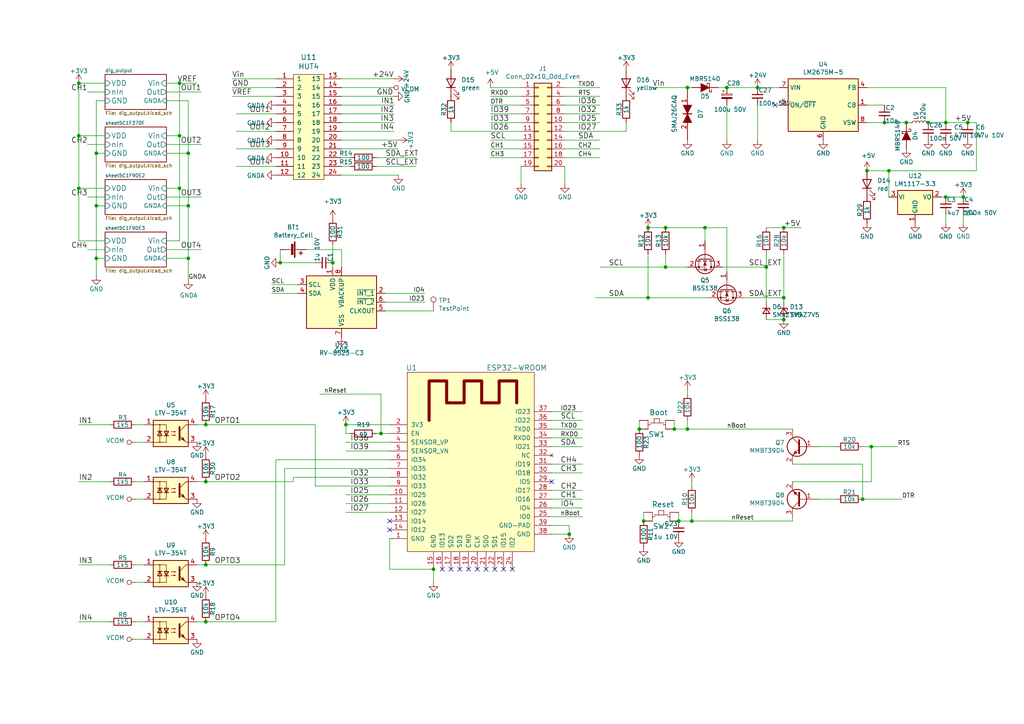
<source format=kicad_sch>
(kicad_sch (version 20211123) (generator eeschema)
  (paper "A4")
  (junction (at 196.85 151.13))
  (junction (at 204.47 66.04))
  (junction (at 54.61 59.69))
  (junction (at 22.86 39.37))
  (junction (at 52.07 24.13))
  (junction (at 22.86 24.13))
  (junction (at 96.52 76.2))
  (junction (at 210.82 25.4))
  (junction (at 193.04 66.04))
  (junction (at 200.66 151.13))
  (junction (at 54.61 74.93))
  (junction (at 257.81 49.53))
  (junction (at 27.94 59.69))
  (junction (at 52.07 54.61))
  (junction (at 199.39 124.46))
  (junction (at 274.32 35.56))
  (junction (at 187.96 66.04))
  (junction (at 59.69 180.34))
  (junction (at 274.32 57.15))
  (junction (at 195.58 124.46))
  (junction (at 256.54 35.56))
  (junction (at 227.33 92.71))
  (junction (at 187.96 86.36))
  (junction (at 250.19 144.78))
  (junction (at 185.42 124.46))
  (junction (at 186.69 151.13))
  (junction (at 279.4 57.15))
  (junction (at 165.1 154.94))
  (junction (at 125.73 165.1))
  (junction (at 81.28 76.2))
  (junction (at 110.49 125.73))
  (junction (at 219.71 25.4))
  (junction (at 27.94 44.45))
  (junction (at 252.73 129.54))
  (junction (at 52.07 39.37))
  (junction (at 54.61 44.45))
  (junction (at 227.33 86.36))
  (junction (at 280.67 35.56))
  (junction (at 100.33 123.19))
  (junction (at 222.25 77.47))
  (junction (at 227.33 66.04))
  (junction (at 27.94 74.93))
  (junction (at 193.04 77.47))
  (junction (at 59.69 123.19))
  (junction (at 251.46 49.53))
  (junction (at 269.24 35.56))
  (junction (at 59.69 163.83))
  (junction (at 199.39 25.4))
  (junction (at 59.69 139.7))
  (junction (at 22.86 54.61))
  (junction (at 262.89 35.56))
  (no_connect (at 160.02 139.7))
  (no_connect (at 113.03 151.13))
  (no_connect (at 113.03 153.67))
  (no_connect (at 138.43 165.1))
  (no_connect (at 133.35 165.1))
  (no_connect (at 135.89 165.1))
  (no_connect (at 146.05 165.1))
  (no_connect (at 224.79 30.48))
  (no_connect (at 148.59 165.1))
  (no_connect (at 143.51 165.1))
  (no_connect (at 128.27 165.1))
  (no_connect (at 130.81 165.1))
  (no_connect (at 140.97 165.1))
  (wire (pts (xy 226.06 25.4) (xy 219.71 25.4)))
  (wire (pts (xy 199.39 124.46) (xy 195.58 124.46)))
  (wire (pts (xy 151.13 45.72) (xy 142.24 45.72)))
  (wire (pts (xy 88.9 72.39) (xy 99.06 72.39)))
  (wire (pts (xy 250.19 134.62) (xy 250.19 144.78)))
  (wire (pts (xy 48.26 24.13) (xy 52.07 24.13)))
  (wire (pts (xy 39.37 185.42) (xy 41.91 185.42)))
  (wire (pts (xy 199.39 124.46) (xy 229.87 124.46)))
  (wire (pts (xy 168.91 124.46) (xy 160.02 124.46)))
  (wire (pts (xy 54.61 74.93) (xy 54.61 81.28)))
  (wire (pts (xy 186.69 151.13) (xy 186.69 148.59)))
  (wire (pts (xy 110.49 125.73) (xy 109.22 125.73)))
  (wire (pts (xy 269.24 35.56) (xy 274.32 35.56)))
  (wire (pts (xy 30.48 54.61) (xy 22.86 54.61)))
  (wire (pts (xy 251.46 35.56) (xy 256.54 35.56)))
  (wire (pts (xy 210.82 78.74) (xy 210.82 66.04)))
  (wire (pts (xy 30.48 74.93) (xy 27.94 74.93)))
  (wire (pts (xy 163.83 33.02) (xy 173.99 33.02)))
  (wire (pts (xy 52.07 54.61) (xy 52.07 39.37)))
  (wire (pts (xy 252.73 139.7) (xy 252.73 129.54)))
  (wire (pts (xy 99.06 40.64) (xy 115.57 40.64)))
  (wire (pts (xy 257.81 49.53) (xy 283.21 49.53)))
  (wire (pts (xy 30.48 41.91) (xy 25.4 41.91)))
  (wire (pts (xy 160.02 127) (xy 168.91 127)))
  (wire (pts (xy 227.33 86.36) (xy 227.33 73.66)))
  (wire (pts (xy 187.96 86.36) (xy 187.96 73.66)))
  (wire (pts (xy 113.03 146.05) (xy 100.33 146.05)))
  (wire (pts (xy 251.46 30.48) (xy 256.54 30.48)))
  (wire (pts (xy 274.32 64.77) (xy 274.32 62.23)))
  (wire (pts (xy 27.94 29.21) (xy 27.94 44.45)))
  (wire (pts (xy 163.83 35.56) (xy 173.99 35.56)))
  (wire (pts (xy 85.09 138.43) (xy 85.09 139.7)))
  (wire (pts (xy 96.52 71.12) (xy 96.52 76.2)))
  (wire (pts (xy 151.13 33.02) (xy 142.24 33.02)))
  (wire (pts (xy 57.15 139.7) (xy 59.69 139.7)))
  (wire (pts (xy 22.86 163.83) (xy 31.75 163.83)))
  (wire (pts (xy 59.69 139.7) (xy 85.09 139.7)))
  (wire (pts (xy 39.37 144.78) (xy 41.91 144.78)))
  (wire (pts (xy 256.54 35.56) (xy 262.89 35.56)))
  (wire (pts (xy 283.21 49.53) (xy 283.21 35.56)))
  (wire (pts (xy 27.94 44.45) (xy 27.94 59.69)))
  (wire (pts (xy 262.89 35.56) (xy 264.16 35.56)))
  (wire (pts (xy 160.02 149.86) (xy 168.91 149.86)))
  (wire (pts (xy 101.6 45.72) (xy 99.06 45.72)))
  (wire (pts (xy 80.01 27.94) (xy 67.31 27.94)))
  (wire (pts (xy 215.9 86.36) (xy 227.33 86.36)))
  (wire (pts (xy 125.73 168.91) (xy 125.73 165.1)))
  (wire (pts (xy 59.69 180.34) (xy 80.01 180.34)))
  (wire (pts (xy 68.58 38.1) (xy 80.01 38.1)))
  (wire (pts (xy 30.48 29.21) (xy 27.94 29.21)))
  (wire (pts (xy 81.28 72.39) (xy 81.28 76.2)))
  (wire (pts (xy 48.26 69.85) (xy 52.07 69.85)))
  (wire (pts (xy 151.13 25.4) (xy 142.24 25.4)))
  (wire (pts (xy 222.25 77.47) (xy 222.25 73.66)))
  (wire (pts (xy 22.86 39.37) (xy 22.86 54.61)))
  (wire (pts (xy 163.83 45.72) (xy 173.99 45.72)))
  (wire (pts (xy 200.66 151.13) (xy 229.87 151.13)))
  (wire (pts (xy 91.44 140.97) (xy 113.03 140.97)))
  (wire (pts (xy 160.02 152.4) (xy 165.1 152.4)))
  (wire (pts (xy 30.48 24.13) (xy 22.86 24.13)))
  (wire (pts (xy 160.02 154.94) (xy 165.1 154.94)))
  (wire (pts (xy 57.15 180.34) (xy 59.69 180.34)))
  (wire (pts (xy 151.13 30.48) (xy 142.24 30.48)))
  (wire (pts (xy 224.79 30.48) (xy 226.06 30.48)))
  (wire (pts (xy 68.58 33.02) (xy 80.01 33.02)))
  (wire (pts (xy 54.61 59.69) (xy 54.61 74.93)))
  (wire (pts (xy 59.69 123.19) (xy 91.44 123.19)))
  (wire (pts (xy 48.26 26.67) (xy 58.42 26.67)))
  (wire (pts (xy 193.04 77.47) (xy 173.99 77.47)))
  (wire (pts (xy 48.26 54.61) (xy 52.07 54.61)))
  (wire (pts (xy 27.94 74.93) (xy 27.94 80.01)))
  (wire (pts (xy 30.48 57.15) (xy 25.4 57.15)))
  (wire (pts (xy 274.32 35.56) (xy 280.67 35.56)))
  (wire (pts (xy 257.81 57.15) (xy 257.81 49.53)))
  (wire (pts (xy 209.55 77.47) (xy 222.25 77.47)))
  (wire (pts (xy 151.13 48.26) (xy 151.13 53.34)))
  (wire (pts (xy 113.03 148.59) (xy 100.33 148.59)))
  (wire (pts (xy 199.39 25.4) (xy 200.66 25.4)))
  (wire (pts (xy 279.4 64.77) (xy 279.4 62.23)))
  (wire (pts (xy 54.61 44.45) (xy 54.61 59.69)))
  (wire (pts (xy 30.48 72.39) (xy 25.4 72.39)))
  (wire (pts (xy 52.07 39.37) (xy 52.07 24.13)))
  (wire (pts (xy 163.83 48.26) (xy 163.83 53.34)))
  (wire (pts (xy 251.46 25.4) (xy 274.32 25.4)))
  (wire (pts (xy 193.04 66.04) (xy 204.47 66.04)))
  (wire (pts (xy 163.83 38.1) (xy 181.61 38.1)))
  (wire (pts (xy 57.15 123.19) (xy 59.69 123.19)))
  (wire (pts (xy 222.25 66.04) (xy 227.33 66.04)))
  (wire (pts (xy 185.42 124.46) (xy 185.42 121.92)))
  (wire (pts (xy 52.07 69.85) (xy 52.07 54.61)))
  (wire (pts (xy 30.48 59.69) (xy 27.94 59.69)))
  (wire (pts (xy 27.94 59.69) (xy 27.94 74.93)))
  (wire (pts (xy 68.58 43.18) (xy 80.01 43.18)))
  (wire (pts (xy 109.22 45.72) (xy 120.65 45.72)))
  (wire (pts (xy 151.13 40.64) (xy 142.24 40.64)))
  (wire (pts (xy 280.67 35.56) (xy 283.21 35.56)))
  (wire (pts (xy 30.48 69.85) (xy 22.86 69.85)))
  (wire (pts (xy 48.26 29.21) (xy 54.61 29.21)))
  (wire (pts (xy 113.03 143.51) (xy 100.33 143.51)))
  (wire (pts (xy 113.03 125.73) (xy 110.49 125.73)))
  (wire (pts (xy 205.74 86.36) (xy 187.96 86.36)))
  (wire (pts (xy 115.57 50.8) (xy 99.06 50.8)))
  (wire (pts (xy 200.66 148.59) (xy 200.66 151.13)))
  (wire (pts (xy 204.47 66.04) (xy 210.82 66.04)))
  (wire (pts (xy 86.36 85.09) (xy 78.74 85.09)))
  (wire (pts (xy 251.46 49.53) (xy 257.81 49.53)))
  (wire (pts (xy 113.03 128.27) (xy 100.33 128.27)))
  (wire (pts (xy 101.6 125.73) (xy 100.33 125.73)))
  (wire (pts (xy 163.83 25.4) (xy 173.99 25.4)))
  (wire (pts (xy 82.55 135.89) (xy 113.03 135.89)))
  (wire (pts (xy 99.06 72.39) (xy 99.06 77.47)))
  (wire (pts (xy 22.86 123.19) (xy 31.75 123.19)))
  (wire (pts (xy 208.28 25.4) (xy 210.82 25.4)))
  (wire (pts (xy 99.06 43.18) (xy 115.57 43.18)))
  (wire (pts (xy 187.96 86.36) (xy 172.72 86.36)))
  (wire (pts (xy 39.37 163.83) (xy 41.91 163.83)))
  (wire (pts (xy 111.76 87.63) (xy 123.19 87.63)))
  (wire (pts (xy 68.58 48.26) (xy 80.01 48.26)))
  (wire (pts (xy 250.19 144.78) (xy 261.62 144.78)))
  (wire (pts (xy 99.06 30.48) (xy 114.3 30.48)))
  (wire (pts (xy 189.23 25.4) (xy 199.39 25.4)))
  (wire (pts (xy 80.01 25.4) (xy 67.31 25.4)))
  (wire (pts (xy 160.02 121.92) (xy 168.91 121.92)))
  (wire (pts (xy 39.37 168.91) (xy 41.91 168.91)))
  (wire (pts (xy 195.58 124.46) (xy 195.58 121.92)))
  (wire (pts (xy 227.33 87.63) (xy 227.33 86.36)))
  (wire (pts (xy 59.69 163.83) (xy 82.55 163.83)))
  (wire (pts (xy 48.26 74.93) (xy 54.61 74.93)))
  (wire (pts (xy 273.05 57.15) (xy 274.32 57.15)))
  (wire (pts (xy 227.33 92.71) (xy 222.25 92.71)))
  (wire (pts (xy 48.26 44.45) (xy 54.61 44.45)))
  (wire (pts (xy 22.86 180.34) (xy 31.75 180.34)))
  (wire (pts (xy 200.66 151.13) (xy 196.85 151.13)))
  (wire (pts (xy 91.44 76.2) (xy 81.28 76.2)))
  (wire (pts (xy 113.03 130.81) (xy 100.33 130.81)))
  (wire (pts (xy 113.03 156.21) (xy 113.03 165.1)))
  (wire (pts (xy 54.61 29.21) (xy 54.61 44.45)))
  (wire (pts (xy 48.26 41.91) (xy 58.42 41.91)))
  (wire (pts (xy 130.81 38.1) (xy 130.81 35.56)))
  (wire (pts (xy 210.82 25.4) (xy 219.71 25.4)))
  (wire (pts (xy 229.87 139.7) (xy 252.73 139.7)))
  (wire (pts (xy 196.85 151.13) (xy 196.85 148.59)))
  (wire (pts (xy 99.06 25.4) (xy 113.03 25.4)))
  (wire (pts (xy 80.01 133.35) (xy 80.01 180.34)))
  (wire (pts (xy 48.26 72.39) (xy 58.42 72.39)))
  (wire (pts (xy 101.6 48.26) (xy 99.06 48.26)))
  (wire (pts (xy 22.86 139.7) (xy 31.75 139.7)))
  (wire (pts (xy 113.03 165.1) (xy 125.73 165.1)))
  (wire (pts (xy 165.1 152.4) (xy 165.1 154.94)))
  (wire (pts (xy 210.82 30.48) (xy 210.82 40.64)))
  (wire (pts (xy 110.49 125.73) (xy 110.49 114.3)))
  (wire (pts (xy 48.26 39.37) (xy 52.07 39.37)))
  (wire (pts (xy 160.02 134.62) (xy 168.91 134.62)))
  (wire (pts (xy 109.22 48.26) (xy 120.65 48.26)))
  (wire (pts (xy 160.02 144.78) (xy 168.91 144.78)))
  (wire (pts (xy 160.02 147.32) (xy 168.91 147.32)))
  (wire (pts (xy 160.02 119.38) (xy 168.91 119.38)))
  (wire (pts (xy 163.83 40.64) (xy 173.99 40.64)))
  (wire (pts (xy 252.73 129.54) (xy 250.19 129.54)))
  (wire (pts (xy 199.39 77.47) (xy 193.04 77.47)))
  (wire (pts (xy 274.32 57.15) (xy 279.4 57.15)))
  (wire (pts (xy 99.06 33.02) (xy 114.3 33.02)))
  (wire (pts (xy 125.73 90.17) (xy 111.76 90.17)))
  (wire (pts (xy 99.06 38.1) (xy 114.3 38.1)))
  (wire (pts (xy 99.06 22.86) (xy 114.3 22.86)))
  (wire (pts (xy 187.96 66.04) (xy 193.04 66.04)))
  (wire (pts (xy 39.37 139.7) (xy 41.91 139.7)))
  (wire (pts (xy 227.33 66.04) (xy 232.41 66.04)))
  (wire (pts (xy 80.01 22.86) (xy 67.31 22.86)))
  (wire (pts (xy 100.33 125.73) (xy 100.33 123.19)))
  (wire (pts (xy 252.73 129.54) (xy 260.35 129.54)))
  (wire (pts (xy 160.02 142.24) (xy 168.91 142.24)))
  (wire (pts (xy 142.24 35.56) (xy 151.13 35.56)))
  (wire (pts (xy 111.76 85.09) (xy 123.19 85.09)))
  (wire (pts (xy 85.09 138.43) (xy 113.03 138.43)))
  (wire (pts (xy 96.52 77.47) (xy 96.52 76.2)))
  (wire (pts (xy 219.71 30.48) (xy 219.71 40.64)))
  (wire (pts (xy 30.48 39.37) (xy 22.86 39.37)))
  (wire (pts (xy 110.49 114.3) (xy 92.71 114.3)))
  (wire (pts (xy 160.02 129.54) (xy 168.91 129.54)))
  (wire (pts (xy 22.86 24.13) (xy 22.86 39.37)))
  (wire (pts (xy 237.49 144.78) (xy 242.57 144.78)))
  (wire (pts (xy 99.06 35.56) (xy 114.3 35.56)))
  (wire (pts (xy 22.86 54.61) (xy 22.86 69.85)))
  (wire (pts (xy 151.13 43.18) (xy 142.24 43.18)))
  (wire (pts (xy 193.04 77.47) (xy 193.04 73.66)))
  (wire (pts (xy 181.61 38.1) (xy 181.61 35.56)))
  (wire (pts (xy 199.39 121.92) (xy 199.39 124.46)))
  (wire (pts (xy 163.83 27.94) (xy 173.99 27.94)))
  (wire (pts (xy 100.33 123.19) (xy 113.03 123.19)))
  (wire (pts (xy 57.15 163.83) (xy 59.69 163.83)))
  (wire (pts (xy 91.44 123.19) (xy 91.44 140.97)))
  (wire (pts (xy 200.66 139.7) (xy 200.66 140.97)))
  (wire (pts (xy 130.81 38.1) (xy 151.13 38.1)))
  (wire (pts (xy 237.49 129.54) (xy 242.57 129.54)))
  (wire (pts (xy 48.26 57.15) (xy 58.42 57.15)))
  (wire (pts (xy 39.37 128.27) (xy 41.91 128.27)))
  (wire (pts (xy 52.07 24.13) (xy 57.15 24.13)))
  (wire (pts (xy 86.36 82.55) (xy 78.74 82.55)))
  (wire (pts (xy 274.32 25.4) (xy 274.32 35.56)))
  (wire (pts (xy 151.13 27.94) (xy 142.24 27.94)))
  (wire (pts (xy 30.48 44.45) (xy 27.94 44.45)))
  (wire (pts (xy 39.37 180.34) (xy 41.91 180.34)))
  (wire (pts (xy 163.83 43.18) (xy 173.99 43.18)))
  (wire (pts (xy 160.02 137.16) (xy 168.91 137.16)))
  (wire (pts (xy 39.37 123.19) (xy 41.91 123.19)))
  (wire (pts (xy 30.48 26.67) (xy 25.4 26.67)))
  (wire (pts (xy 199.39 113.03) (xy 199.39 114.3)))
  (wire (pts (xy 229.87 149.86) (xy 229.87 151.13)))
  (wire (pts (xy 229.87 134.62) (xy 250.19 134.62)))
  (wire (pts (xy 113.03 133.35) (xy 80.01 133.35)))
  (wire (pts (xy 48.26 59.69) (xy 54.61 59.69)))
  (wire (pts (xy 82.55 163.83) (xy 82.55 135.89)))
  (wire (pts (xy 99.06 27.94) (xy 114.3 27.94)))
  (wire (pts (xy 204.47 69.85) (xy 204.47 66.04)))
  (wire (pts (xy 163.83 30.48) (xy 173.99 30.48)))
  (wire (pts (xy 222.25 87.63) (xy 222.25 77.47)))
  (label "IO27" (at 167.64 38.1 0) (effects (font (size 1.524 1.524))))
  (label "SCL" (at 162.56 121.92 0) (effects (font (size 1.524 1.524))))
  (label "IO39" (at 142.24 33.02 0) (effects (font (size 1.524 1.524))))
  (label "CH4" (at 167.64 45.72 0))
  (label "IO33" (at 142.24 35.56 0) (effects (font (size 1.524 1.524))))
  (label "DTR" (at 261.62 144.78 0))
  (label "CH1" (at 142.24 43.18 0))
  (label "IO23" (at 123.19 87.63 180))
  (label "IN2" (at 22.86 139.7 0) (effects (font (size 1.524 1.524))))
  (label "GND" (at 109.22 27.94 0) (effects (font (size 1.524 1.524))))
  (label "SCL" (at 142.24 40.64 0) (effects (font (size 1.524 1.524))))
  (label "IO25" (at 167.64 35.56 0) (effects (font (size 1.524 1.524))))
  (label "SDA_EXT" (at 217.17 86.36 0) (effects (font (size 1.524 1.524))))
  (label "IN4" (at 22.86 180.34 0) (effects (font (size 1.524 1.524))))
  (label "OPTO3" (at 62.23 163.83 0) (effects (font (size 1.524 1.524))))
  (label "Vin" (at 189.23 25.4 0) (effects (font (size 1.524 1.524))))
  (label "SCL" (at 176.53 77.47 0) (effects (font (size 1.524 1.524))))
  (label "IN3" (at 114.3 35.56 180) (effects (font (size 1.524 1.524))))
  (label "SDA" (at 78.74 85.09 0))
  (label "OUT3" (at 58.42 57.15 180) (effects (font (size 1.524 1.524))))
  (label "CH4" (at 162.56 134.62 0) (effects (font (size 1.524 1.524))))
  (label "IO26" (at 142.24 38.1 0) (effects (font (size 1.524 1.524))))
  (label "OUT2" (at 72.39 38.1 0) (effects (font (size 1.524 1.524))))
  (label "IO32" (at 167.64 33.02 0) (effects (font (size 1.524 1.524))))
  (label "OPTO4" (at 62.23 180.34 0) (effects (font (size 1.524 1.524))))
  (label "DTR" (at 142.24 30.48 0))
  (label "IN3" (at 22.86 163.83 0) (effects (font (size 1.524 1.524))))
  (label "IN1" (at 22.86 123.19 0) (effects (font (size 1.524 1.524))))
  (label "CH1" (at 162.56 144.78 0) (effects (font (size 1.524 1.524))))
  (label "IO27" (at 101.6 148.59 0) (effects (font (size 1.524 1.524))))
  (label "RTS" (at 260.35 129.54 0))
  (label "SCL_EXT" (at 217.17 77.47 0) (effects (font (size 1.524 1.524))))
  (label "Vin" (at 67.31 22.86 0) (effects (font (size 1.524 1.524))))
  (label "OPTO2" (at 62.23 139.7 0) (effects (font (size 1.524 1.524))))
  (label "IO23" (at 162.56 119.38 0))
  (label "OUT4" (at 72.39 48.26 0) (effects (font (size 1.524 1.524))))
  (label "IO4" (at 123.19 85.09 180))
  (label "CH4" (at 25.4 72.39 180) (effects (font (size 1.524 1.524))))
  (label "nBoot" (at 162.56 149.86 0))
  (label "IO26" (at 101.6 146.05 0) (effects (font (size 1.524 1.524))))
  (label "IO36" (at 167.64 30.48 0) (effects (font (size 1.524 1.524))))
  (label "CH1" (at 25.4 26.67 180) (effects (font (size 1.524 1.524))))
  (label "OUT1" (at 58.42 26.67 180) (effects (font (size 1.524 1.524))))
  (label "CH2" (at 167.64 43.18 0))
  (label "IO36" (at 101.6 128.27 0) (effects (font (size 1.524 1.524))))
  (label "RXD0" (at 162.56 127 0))
  (label "CH3" (at 162.56 137.16 0) (effects (font (size 1.524 1.524))))
  (label "IO25" (at 101.6 143.51 0) (effects (font (size 1.524 1.524))))
  (label "SCL_EXT" (at 111.76 48.26 0) (effects (font (size 1.524 1.524))))
  (label "IN2" (at 114.3 33.02 180) (effects (font (size 1.524 1.524))))
  (label "OUT3" (at 72.39 43.18 0) (effects (font (size 1.524 1.524))))
  (label "VREF" (at 67.31 27.94 0) (effects (font (size 1.524 1.524))))
  (label "GNDA" (at 54.61 81.28 0))
  (label "VREF" (at 57.15 24.13 180) (effects (font (size 1.524 1.524))))
  (label "TXD0" (at 167.64 25.4 0))
  (label "OPTO1" (at 62.23 123.19 0) (effects (font (size 1.524 1.524))))
  (label "+5V" (at 227.33 66.04 0) (effects (font (size 1.524 1.524))))
  (label "+5V" (at 110.49 43.18 0) (effects (font (size 1.524 1.524))))
  (label "nBoot" (at 210.82 124.46 0))
  (label "OUT1" (at 72.39 33.02 0) (effects (font (size 1.524 1.524))))
  (label "IO32" (at 101.6 138.43 0) (effects (font (size 1.524 1.524))))
  (label "CH2" (at 25.4 41.91 180) (effects (font (size 1.524 1.524))))
  (label "SDA_EXT" (at 111.76 45.72 0) (effects (font (size 1.524 1.524))))
  (label "OUT2" (at 58.42 41.91 180) (effects (font (size 1.524 1.524))))
  (label "IN1" (at 110.49 30.48 0) (effects (font (size 1.524 1.524))))
  (label "nReset" (at 212.09 151.13 0))
  (label "GND" (at 67.31 25.4 0) (effects (font (size 1.524 1.524))))
  (label "IN4" (at 114.3 38.1 180) (effects (font (size 1.524 1.524))))
  (label "IO33" (at 101.6 140.97 0) (effects (font (size 1.524 1.524))))
  (label "SCL" (at 78.74 82.55 0))
  (label "+5V" (at 276.86 35.56 0) (effects (font (size 1.524 1.524))))
  (label "IO39" (at 101.6 130.81 0) (effects (font (size 1.524 1.524))))
  (label "CH2" (at 162.56 142.24 0) (effects (font (size 1.524 1.524))))
  (label "SDA" (at 167.64 40.64 0) (effects (font (size 1.524 1.524))))
  (label "RXD0" (at 142.24 27.94 0))
  (label "nReset" (at 93.98 114.3 0))
  (label "IO4" (at 162.56 147.32 0) (effects (font (size 1.524 1.524))))
  (label "RTS" (at 167.64 27.94 0))
  (label "CH3" (at 142.24 45.72 0))
  (label "OUT4" (at 58.42 72.39 180) (effects (font (size 1.524 1.524))))
  (label "TXD0" (at 162.56 124.46 0))
  (label "+24V" (at 107.95 22.86 0) (effects (font (size 1.524 1.524))))
  (label "SDA" (at 176.53 86.36 0) (effects (font (size 1.524 1.524))))
  (label "CH3" (at 25.4 57.15 180) (effects (font (size 1.524 1.524))))
  (label "SDA" (at 162.56 129.54 0) (effects (font (size 1.524 1.524))))
  (symbol (lib_id "standard:Switch_4P") (at 191.77 149.86 0) (unit 1)
    (property "Reference" "SW2" (at 191.77 152.654 0) (effects (font (size 1.524 1.524))))
    (property "Value" "Reset" (at 192.278 146.304 0) (effects (font (size 1.524 1.524))))
    (property "Footprint" "switches:SMD_Switch_6.5x6" (effects hide))
    (property "Mouser" " 667-EVQ-Q2B03W " (effects hide))
  )
  (symbol (lib_id "Device:R") (at 186.69 154.94 0) (unit 1)
    (property "Reference" "R11" (at 188.722 154.94 90))
    (property "Value" "100" (at 186.69 154.94 90))
    (property "Footprint" "Resistor_SMD:R_0603_1608Metric" (effects hide))
  )
  (symbol (lib_id "esp32control-rescue:C_Small-device-esp32ValveControl-rescue") (at 196.85 153.67 0) (mirror y) (unit 1)
    (property "Reference" "C23" (at 196.596 151.892 0) (effects (justify left)))
    (property "Value" "1u 10V" (at 196.596 155.702 0) (effects (justify left)))
    (property "Footprint" "Capacitor_SMD:C_0603_1608Metric" (effects hide))
    (property "Mouser" " 963-LMK107B7105KA-T " (effects hide))
  )
  (symbol (lib_id "esp32control-rescue:GND-power-esp32ValveControl-rescue") (at 196.85 156.21 0) (mirror y) (unit 1)
    (property "Reference" "#PWR022" (effects hide))
    (property "Value" "GND" (at 196.85 160.02 0))
  )
  (symbol (lib_id "esp32control-rescue:GND-power-esp32ValveControl-rescue") (at 186.69 158.75 0) (mirror y) (unit 1)
    (property "Reference" "#PWR023" (effects hide))
    (property "Value" "GND" (at 186.69 162.56 0))
  )
  (symbol (lib_id "Device:R") (at 200.66 144.78 180) (unit 1)
    (property "Reference" "R10" (at 198.628 144.78 90))
    (property "Value" "10k" (at 200.66 144.78 90))
    (property "Footprint" "Resistor_SMD:R_0603_1608Metric" (effects hide))
  )
  (symbol (lib_id "esp32control-rescue:+3.3V-power-esp32ValveControl-rescue") (at 200.66 139.7 0) (unit 1)
    (property "Reference" "#PWR030" (effects hide))
    (property "Value" "+3.3V" (at 200.66 136.144 0))
  )
  (symbol (lib_id "esp32control-rescue:D_Schottky-device-esp32ValveControl-rescue") (at 204.47 25.4 180) (unit 1)
    (property "Reference" "D5" (at 204.47 27.94 0))
    (property "Value" "MBRS140" (at 204.47 22.86 0))
    (property "Footprint" "Diode_SMD:D_SMA" (effects hide))
    (property "Mouser" " 863-MBRS140T3G " (effects hide))
  )
  (symbol (lib_id "esp32control-rescue:+24V-power-esp32ValveControl-rescue") (at 219.71 25.4 0) (unit 1)
    (property "Reference" "#PWR038" (effects hide))
    (property "Value" "+24V" (at 219.71 21.844 0))
  )
  (symbol (lib_id "esp32control-rescue:C_Small-device-esp32ValveControl-rescue") (at 219.71 27.94 0) (unit 1)
    (property "Reference" "C27" (at 219.964 26.162 0) (effects (justify left)))
    (property "Value" "100n 50V" (at 219.964 29.972 0) (effects (justify left)))
    (property "Footprint" "Capacitor_SMD:C_0603_1608Metric" (effects hide))
    (property "Mouser" " 80-C0603C104M5R " (effects hide))
  )
  (symbol (lib_id "esp32control-rescue:CP_Small-device-esp32ValveControl-rescue") (at 210.82 27.94 0) (unit 1)
    (property "Reference" "C28" (at 210.82 24.13 0) (effects (justify left)))
    (property "Value" "100u 50V" (at 207.01 31.75 0) (effects (justify left)))
    (property "Footprint" "Capacitor_THT:CP_Radial_D8.0mm_P3.50mm" (effects hide))
    (property "Mouser" " 140-RGA101M1HBK0811G " (effects hide))
  )
  (symbol (lib_id "esp32control-rescue:GND-power-esp32ValveControl-rescue") (at 219.71 40.64 0) (unit 1)
    (property "Reference" "#PWR043" (effects hide))
    (property "Value" "GND" (at 219.71 44.45 0))
  )
  (symbol (lib_id "esp32control-rescue:C_Small-device-esp32ValveControl-rescue") (at 269.24 38.1 0) (unit 1)
    (property "Reference" "C26" (at 269.494 36.322 0) (effects (justify left)))
    (property "Value" "100n 50V" (at 269.494 40.132 0) (effects (justify left)))
    (property "Footprint" "Capacitor_SMD:C_0603_1608Metric" (effects hide))
    (property "Mouser" " 80-C0603C104M5R " (effects hide))
  )
  (symbol (lib_id "esp32control-rescue:GND-power-esp32ValveControl-rescue") (at 269.24 40.64 0) (unit 1)
    (property "Reference" "#PWR044" (effects hide))
    (property "Value" "GND" (at 269.24 44.45 0))
  )
  (symbol (lib_id "esp32control-rescue:TVS-device-esp32ValveControl-rescue") (at 199.39 33.02 270) (unit 1)
    (property "Reference" "D7" (at 203.2 33.02 0))
    (property "Value" "SMAJ26CAQ" (at 195.58 33.02 0))
    (property "Footprint" "Diode_SMD:D_SMA" (effects hide))
    (property "Mouser" " 621-SMAJ26CAQ-13-F " (effects hide))
  )
  (symbol (lib_id "esp32control-rescue:GND-power-esp32ValveControl-rescue") (at 199.39 40.64 0) (unit 1)
    (property "Reference" "#PWR046" (effects hide))
    (property "Value" "GND" (at 199.39 44.45 0))
  )
  (symbol (lib_id "esp32control-rescue:D_Schottky-device-esp32ValveControl-rescue") (at 262.89 39.37 270) (unit 1)
    (property "Reference" "D4" (at 265.43 39.37 0))
    (property "Value" "MBRS140" (at 260.35 39.37 0))
    (property "Footprint" "Diode_SMD:D_SMA" (effects hide))
    (property "Mouser" " 863-MBRS140T3G " (effects hide))
  )
  (symbol (lib_id "esp32control-rescue:L_Small-device-esp32ValveControl-rescue") (at 266.7 35.56 90) (unit 1)
    (property "Reference" "L9" (at 265.684 34.798 0) (effects (justify left)))
    (property "Value" "220u" (at 267.716 34.798 0) (effects (justify left)))
    (property "Footprint" "Inductor_SMD:L_7.3x7.3_H4.5" (effects hide))
    (property "Mouser" " 710-74477728 " (effects hide))
  )
  (symbol (lib_id "esp32control-rescue:GND-power-esp32ValveControl-rescue") (at 238.76 40.64 0) (unit 1)
    (property "Reference" "#PWR033" (effects hide))
    (property "Value" "GND" (at 238.76 44.45 0))
  )
  (symbol (lib_id "esp32control-rescue:GND-power-esp32ValveControl-rescue") (at 262.89 43.18 0) (unit 1)
    (property "Reference" "#PWR034" (effects hide))
    (property "Value" "GND" (at 262.89 46.99 0))
  )
  (symbol (lib_id "esp32control-rescue:GND-power-esp32ValveControl-rescue") (at 274.32 40.64 0) (unit 1)
    (property "Reference" "#PWR035" (effects hide))
    (property "Value" "GND" (at 274.32 44.45 0))
  )
  (symbol (lib_id "esp32control-rescue:+3.3V-power-esp32ValveControl-rescue") (at 279.4 57.15 0) (unit 1)
    (property "Reference" "#PWR037" (effects hide))
    (property "Value" "+3.3V" (at 279.4 53.594 0))
  )
  (symbol (lib_id "esp32control-rescue:GND-power-esp32ValveControl-rescue") (at 57.15 144.78 0) (unit 1)
    (property "Reference" "#PWR054" (effects hide))
    (property "Value" "GND" (at 57.15 148.59 0))
  )
  (symbol (lib_id "esp32control-rescue:GND-power-esp32ValveControl-rescue") (at 57.15 128.27 0) (unit 1)
    (property "Reference" "#PWR055" (effects hide))
    (property "Value" "GND" (at 57.15 132.08 0))
  )
  (symbol (lib_id "Device:R") (at 59.69 119.38 0) (mirror x) (unit 1)
    (property "Reference" "R17" (at 61.722 119.38 90))
    (property "Value" "10k" (at 59.69 119.38 90))
    (property "Footprint" "Resistor_SMD:R_0603_1608Metric" (effects hide))
  )
  (symbol (lib_id "Device:R") (at 59.69 135.89 0) (mirror x) (unit 1)
    (property "Reference" "R30" (at 61.722 135.89 90))
    (property "Value" "10k" (at 59.69 135.89 90))
    (property "Footprint" "Resistor_SMD:R_0603_1608Metric" (effects hide))
  )
  (symbol (lib_id "esp32control-rescue:+3.3V-power-esp32ValveControl-rescue") (at 59.69 132.08 0) (unit 1)
    (property "Reference" "#PWR056" (effects hide))
    (property "Value" "+3.3V" (at 59.69 128.524 0))
  )
  (symbol (lib_id "esp32control-rescue:+3.3V-power-esp32ValveControl-rescue") (at 59.69 115.57 0) (unit 1)
    (property "Reference" "#PWR057" (effects hide))
    (property "Value" "+3.3V" (at 59.69 112.014 0))
  )
  (symbol (lib_id "ESP32-footprints-Shem-Lib:ESP32-WROOM") (at 137.16 138.43 0) (unit 1)
    (property "Reference" "U1" (at 119.38 106.68 0) (effects (font (size 1.524 1.524))))
    (property "Value" "ESP32-WROOM" (at 149.86 106.68 0) (effects (font (size 1.524 1.524))))
    (property "Footprint" "ESP32-footprints-Lib:ESP32-WROOM" (effects hide))
    (property "Mouser" " 356-ESP32WRM32UE28UH " (effects hide))
  )
  (symbol (lib_id "standard:Switch_4P") (at 190.5 123.19 0) (unit 1)
    (property "Reference" "SW1" (at 190.5 125.984 0) (effects (font (size 1.524 1.524))))
    (property "Value" "Boot" (at 191.008 119.634 0) (effects (font (size 1.524 1.524))))
    (property "Footprint" "switches:SMD_Switch_6.5x6" (effects hide))
    (property "Mouser" " 667-EVQ-Q2B03W " (effects hide))
  )
  (symbol (lib_id "Device:R") (at 185.42 128.27 0) (unit 1)
    (property "Reference" "R23" (at 187.452 128.27 90))
    (property "Value" "100" (at 185.42 128.27 90))
    (property "Footprint" "Resistor_SMD:R_0603_1608Metric" (effects hide))
  )
  (symbol (lib_id "esp32control-rescue:GND-power-esp32ValveControl-rescue") (at 185.42 132.08 0) (mirror y) (unit 1)
    (property "Reference" "#PWR06" (effects hide))
    (property "Value" "GND" (at 185.42 135.89 0))
  )
  (symbol (lib_id "Device:R") (at 199.39 118.11 180) (unit 1)
    (property "Reference" "R22" (at 197.358 118.11 90))
    (property "Value" "10k" (at 199.39 118.11 90))
    (property "Footprint" "Resistor_SMD:R_0603_1608Metric" (effects hide))
  )
  (symbol (lib_id "esp32control-rescue:+3.3V-power-esp32ValveControl-rescue") (at 199.39 113.03 0) (unit 1)
    (property "Reference" "#PWR07" (effects hide))
    (property "Value" "+3.3V" (at 199.39 109.474 0))
  )
  (symbol (lib_id "esp32control-rescue:GND-power-esp32ValveControl-rescue") (at 165.1 154.94 0) (unit 1)
    (property "Reference" "#PWR09" (effects hide))
    (property "Value" "GND" (at 165.1 158.75 0))
  )
  (symbol (lib_id "esp32control-rescue:GND-power-esp32ValveControl-rescue") (at 125.73 168.91 0) (unit 1)
    (property "Reference" "#PWR010" (effects hide))
    (property "Value" "GND" (at 125.73 172.72 0))
  )
  (symbol (lib_id "esp32control-rescue:+3.3V-power-esp32ValveControl-rescue") (at 100.33 123.19 0) (unit 1)
    (property "Reference" "#PWR011" (effects hide))
    (property "Value" "+3.3V" (at 100.33 119.634 0))
  )
  (symbol (lib_id "Device:R") (at 105.41 125.73 90) (mirror x) (unit 1)
    (property "Reference" "R19" (at 105.41 123.19 90))
    (property "Value" "nb" (at 105.41 125.73 90))
    (property "Footprint" "Resistor_SMD:R_0603_1608Metric" (effects hide))
  )
  (symbol (lib_id "esp32control-rescue:GND-power-esp32ValveControl-rescue") (at 57.15 185.42 0) (unit 1)
    (property "Reference" "#PWR014" (effects hide))
    (property "Value" "GND" (at 57.15 189.23 0))
  )
  (symbol (lib_id "esp32control-rescue:GND-power-esp32ValveControl-rescue") (at 57.15 168.91 0) (unit 1)
    (property "Reference" "#PWR015" (effects hide))
    (property "Value" "GND" (at 57.15 172.72 0))
  )
  (symbol (lib_id "Device:R") (at 59.69 160.02 0) (mirror x) (unit 1)
    (property "Reference" "R9" (at 61.722 160.02 90))
    (property "Value" "10k" (at 59.69 160.02 90))
    (property "Footprint" "Resistor_SMD:R_0603_1608Metric" (effects hide))
  )
  (symbol (lib_id "Device:R") (at 59.69 176.53 0) (mirror x) (unit 1)
    (property "Reference" "R18" (at 61.722 176.53 90))
    (property "Value" "10k" (at 59.69 176.53 90))
    (property "Footprint" "Resistor_SMD:R_0603_1608Metric" (effects hide))
  )
  (symbol (lib_id "esp32control-rescue:+3.3V-power-esp32ValveControl-rescue") (at 59.69 172.72 0) (unit 1)
    (property "Reference" "#PWR016" (effects hide))
    (property "Value" "+3.3V" (at 59.69 169.164 0))
  )
  (symbol (lib_id "esp32control-rescue:+3.3V-power-esp32ValveControl-rescue") (at 59.69 156.21 0) (unit 1)
    (property "Reference" "#PWR017" (effects hide))
    (property "Value" "+3.3V" (at 59.69 152.654 0))
  )
  (symbol (lib_id "Device:R") (at 35.56 123.19 270) (mirror x) (unit 1)
    (property "Reference" "R3" (at 35.56 121.158 90))
    (property "Value" "1k5" (at 35.56 123.19 90))
    (property "Footprint" "Resistor_SMD:R_0603_1608Metric" (effects hide))
  )
  (symbol (lib_id "Device:R") (at 35.56 139.7 270) (mirror x) (unit 1)
    (property "Reference" "R4" (at 35.56 137.668 90))
    (property "Value" "1k5" (at 35.56 139.7 90))
    (property "Footprint" "Resistor_SMD:R_0603_1608Metric" (effects hide))
  )
  (symbol (lib_id "Device:R") (at 35.56 163.83 270) (mirror x) (unit 1)
    (property "Reference" "R5" (at 35.56 161.798 90))
    (property "Value" "1k5" (at 35.56 163.83 90))
    (property "Footprint" "Resistor_SMD:R_0603_1608Metric" (effects hide))
  )
  (symbol (lib_id "Device:R") (at 35.56 180.34 270) (mirror x) (unit 1)
    (property "Reference" "R8" (at 35.56 178.308 90))
    (property "Value" "1k5" (at 35.56 180.34 90))
    (property "Footprint" "Resistor_SMD:R_0603_1608Metric" (effects hide))
  )
  (symbol (lib_id "Isolator:LTV-354T") (at 49.53 125.73 0) (unit 1)
    (property "Reference" "U5" (at 49.53 117.475 0))
    (property "Value" "LTV-354T" (at 49.53 119.7864 0))
    (property "Footprint" "SOIC_Packages:SO-4_4.4x3.6mm_Pitch2.54mm" (effects hide))
    (property "Datasheet" "http://optoelectronics.liteon.com/upload/download/DS70-2001-004/S_110_LTV-354T%2020140520.pdf" (effects hide))
    (property "Mouser" " 859-LTV-354T " (effects hide))
  )
  (symbol (lib_id "Isolator:LTV-354T") (at 49.53 142.24 0) (unit 1)
    (property "Reference" "U8" (at 49.53 133.985 0))
    (property "Value" "LTV-354T" (at 49.53 136.2964 0))
    (property "Footprint" "SOIC_Packages:SO-4_4.4x3.6mm_Pitch2.54mm" (effects hide))
    (property "Datasheet" "http://optoelectronics.liteon.com/upload/download/DS70-2001-004/S_110_LTV-354T%2020140520.pdf" (effects hide))
    (property "Mouser" " 859-LTV-354T " (effects hide))
  )
  (symbol (lib_id "Isolator:LTV-354T") (at 49.53 166.37 0) (unit 1)
    (property "Reference" "U9" (at 49.53 158.115 0))
    (property "Value" "LTV-354T" (at 49.53 160.4264 0))
    (property "Footprint" "SOIC_Packages:SO-4_4.4x3.6mm_Pitch2.54mm" (effects hide))
    (property "Datasheet" "http://optoelectronics.liteon.com/upload/download/DS70-2001-004/S_110_LTV-354T%2020140520.pdf" (effects hide))
    (property "Mouser" " 859-LTV-354T " (effects hide))
  )
  (symbol (lib_id "Isolator:LTV-354T") (at 49.53 182.88 0) (unit 1)
    (property "Reference" "U10" (at 49.53 174.625 0))
    (property "Value" "LTV-354T" (at 49.53 176.9364 0))
    (property "Footprint" "SOIC_Packages:SO-4_4.4x3.6mm_Pitch2.54mm" (effects hide))
    (property "Datasheet" "http://optoelectronics.liteon.com/upload/download/DS70-2001-004/S_110_LTV-354T%2020140520.pdf" (effects hide))
    (property "Mouser" " 859-LTV-354T " (effects hide))
  )
  (symbol (lib_id "esp32control-rescue:VCOM-power-esp32ValveControl-rescue") (at 39.37 128.27 90) (unit 1)
    (property "Reference" "#PWR018" (effects hide))
    (property "Value" "VCOM" (at 36.1188 127.8128 90) (effects (justify left)))
  )
  (symbol (lib_id "esp32control-rescue:VCOM-power-esp32ValveControl-rescue") (at 39.37 144.78 90) (unit 1)
    (property "Reference" "#PWR019" (effects hide))
    (property "Value" "VCOM" (at 36.1188 144.3228 90) (effects (justify left)))
  )
  (symbol (lib_id "esp32control-rescue:VCOM-power-esp32ValveControl-rescue") (at 39.37 168.91 90) (unit 1)
    (property "Reference" "#PWR020" (effects hide))
    (property "Value" "VCOM" (at 36.1188 168.4528 90) (effects (justify left)))
  )
  (symbol (lib_id "esp32control-rescue:VCOM-power-esp32ValveControl-rescue") (at 39.37 185.42 90) (unit 1)
    (property "Reference" "#PWR021" (effects hide))
    (property "Value" "VCOM" (at 36.1188 184.9628 90) (effects (justify left)))
  )
  (symbol (lib_id "esp32control-rescue:VCOM-power-esp32ValveControl-rescue") (at 113.03 25.4 270) (unit 1)
    (property "Reference" "#PWR024" (effects hide))
    (property "Value" "VCOM" (at 116.2812 25.8318 90) (effects (justify left)))
  )
  (symbol (lib_id "esp32control-rescue:+3.3V-power-esp32ValveControl-rescue") (at 22.86 24.13 0) (unit 1)
    (property "Reference" "#PWR0101" (effects hide))
    (property "Value" "+3.3V" (at 22.86 20.574 0))
  )
  (symbol (lib_id "hut3:HUT4") (at 90.17 33.02 0) (unit 1)
    (property "Reference" "U11" (at 89.535 16.5862 0) (effects (font (size 1.524 1.524))))
    (property "Value" "HUT4" (at 89.535 19.2786 0) (effects (font (size 1.524 1.524))))
    (property "Footprint" "cb_hut:CB_HUT_4" (effects hide))
  )
  (symbol (lib_id "Transistor_FET:BSS138") (at 204.47 74.93 270) (unit 1)
    (property "Reference" "Q5" (at 204.47 81.28 90))
    (property "Value" "BSS138" (at 204.47 83.5914 90))
    (property "Footprint" "Package_TO_SOT_SMD:SOT-23" (effects hide))
    (property "Datasheet" "https://www.fairchildsemi.com/datasheets/BS/BSS138.pdf" (effects hide))
    (property "Mouser" " 771-BSS138P215 " (effects hide))
  )
  (symbol (lib_id "Transistor_FET:BSS138") (at 210.82 83.82 270) (unit 1)
    (property "Reference" "Q6" (at 210.82 90.17 90))
    (property "Value" "BSS138" (at 210.82 92.4814 90))
    (property "Footprint" "Package_TO_SOT_SMD:SOT-23" (effects hide))
    (property "Datasheet" "https://www.fairchildsemi.com/datasheets/BS/BSS138.pdf" (effects hide))
    (property "Mouser" " 771-BSS138P215 " (effects hide))
  )
  (symbol (lib_id "Device:R") (at 193.04 69.85 180) (unit 1)
    (property "Reference" "R13" (at 191.008 69.85 90))
    (property "Value" "10k" (at 193.04 69.85 90))
    (property "Footprint" "Resistor_SMD:R_0603_1608Metric" (effects hide))
  )
  (symbol (lib_id "Device:R") (at 187.96 69.85 180) (unit 1)
    (property "Reference" "R12" (at 185.928 69.85 90))
    (property "Value" "10k" (at 187.96 69.85 90))
    (property "Footprint" "Resistor_SMD:R_0603_1608Metric" (effects hide))
  )
  (symbol (lib_id "Device:R") (at 222.25 69.85 180) (unit 1)
    (property "Reference" "R16" (at 220.218 69.85 90))
    (property "Value" "10k" (at 222.25 69.85 90))
    (property "Footprint" "Resistor_SMD:R_0603_1608Metric" (effects hide))
  )
  (symbol (lib_id "Device:R") (at 227.33 69.85 180) (unit 1)
    (property "Reference" "R28" (at 225.298 69.85 90))
    (property "Value" "10k" (at 227.33 69.85 90))
    (property "Footprint" "Resistor_SMD:R_0603_1608Metric" (effects hide))
  )
  (symbol (lib_id "esp32control-rescue:+24V-power-esp32ValveControl-rescue") (at 114.3 22.86 270) (unit 1)
    (property "Reference" "#PWR0104" (effects hide))
    (property "Value" "+24V" (at 117.856 22.86 0))
  )
  (symbol (lib_id "esp32control-rescue:GND-power-esp32ValveControl-rescue") (at 114.3 27.94 90) (unit 1)
    (property "Reference" "#PWR0105" (effects hide))
    (property "Value" "GND" (at 118.11 27.94 0))
  )
  (symbol (lib_id "Regulator_Switching:LM2675M-5") (at 238.76 30.48 0) (unit 1)
    (property "Reference" "U4" (at 238.76 18.6182 0))
    (property "Value" "LM2675M-5" (at 238.76 20.9296 0))
    (property "Footprint" "SOIC_Packages:SOIC-8_3.9x4.9mm_Pitch1.27mm" (effects hide))
    (property "Datasheet" "http://www.ti.com/lit/ds/symlink/lm2675.pdf" (effects hide))
    (property "Mouser" " 926-LM2675M-5.0/NOPB " (effects hide))
  )
  (symbol (lib_id "Regulator_Linear:LM1117-3.3") (at 265.43 57.15 0) (unit 1)
    (property "Reference" "U12" (at 265.43 51.0032 0))
    (property "Value" "LM1117-3.3" (at 265.43 53.3146 0))
    (property "Footprint" "Package_TO_SOT_SMD:SOT-223-3_TabPin2" (effects hide))
    (property "Datasheet" "http://www.ti.com/lit/ds/symlink/lm1117.pdf" (effects hide))
    (property "Mouser" " 926-LM1117MP-3.3NOPB " (effects hide))
  )
  (symbol (lib_id "esp32control-rescue:GND-power-esp32ValveControl-rescue") (at 265.43 64.77 0) (unit 1)
    (property "Reference" "#PWR012" (effects hide))
    (property "Value" "GND" (at 265.43 68.58 0))
  )
  (symbol (lib_id "esp32control-rescue:+3.3V-power-esp32ValveControl-rescue") (at 187.96 66.04 0) (unit 1)
    (property "Reference" "#PWR01" (effects hide))
    (property "Value" "+3.3V" (at 187.96 62.484 0))
  )
  (symbol (lib_id "esp32control-rescue:C_Small-device-esp32ValveControl-rescue") (at 256.54 33.02 0) (unit 1)
    (property "Reference" "C2" (at 256.794 31.242 0) (effects (justify left)))
    (property "Value" "10n" (at 256.794 35.052 0) (effects (justify left)))
    (property "Footprint" "Capacitor_SMD:C_0603_1608Metric" (effects hide))
  )
  (symbol (lib_id "esp32control-rescue:GND-power-esp32ValveControl-rescue") (at 210.82 40.64 0) (unit 1)
    (property "Reference" "#PWR0103" (effects hide))
    (property "Value" "GND" (at 210.82 44.45 0))
  )
  (symbol (lib_id "esp32control-rescue:GND-power-esp32ValveControl-rescue") (at 27.94 80.01 0) (unit 1)
    (property "Reference" "#PWR0102" (effects hide))
    (property "Value" "GND" (at 27.94 83.82 0))
  )
  (symbol (lib_id "Device:LED") (at 251.46 53.34 90) (unit 1)
    (property "Reference" "D14" (at 254.4318 52.3748 90) (effects (justify right)))
    (property "Value" "red" (at 254.4318 54.6862 90) (effects (justify right)))
    (property "Footprint" "LED_SMD:LED_0603_1608Metric_Pad1.05x0.95mm_HandSolder" (effects hide))
    (property "Mouser" " 710-150060RS75000 " (effects hide))
  )
  (symbol (lib_id "Device:R") (at 251.46 60.96 180) (unit 1)
    (property "Reference" "R29" (at 249.428 60.96 90))
    (property "Value" "1k" (at 251.46 60.96 90))
    (property "Footprint" "Resistor_SMD:R_0603_1608Metric" (effects hide))
  )
  (symbol (lib_id "esp32control-rescue:GND-power-esp32ValveControl-rescue") (at 251.46 64.77 0) (unit 1)
    (property "Reference" "#PWR0106" (effects hide))
    (property "Value" "GND" (at 251.46 68.58 0))
  )
  (symbol (lib_id "esp32control-rescue:GND-power-esp32ValveControl-rescue") (at 115.57 50.8 0) (unit 1)
    (property "Reference" "#PWR04" (effects hide))
    (property "Value" "GND" (at 115.57 54.61 0))
  )
  (symbol (lib_id "esp32control-rescue:GND-power-esp32ValveControl-rescue") (at 163.83 53.34 0) (unit 1)
    (property "Reference" "#PWR0107" (effects hide))
    (property "Value" "GND" (at 163.83 57.15 0))
  )
  (symbol (lib_id "esp32control-rescue:C_Small-device-esp32ValveControl-rescue") (at 279.4 59.69 0) (unit 1)
    (property "Reference" "C4" (at 279.654 57.912 0) (effects (justify left)))
    (property "Value" "100n 50V" (at 279.654 61.722 0) (effects (justify left)))
    (property "Footprint" "Capacitor_SMD:C_0603_1608Metric" (effects hide))
    (property "Mouser" " 80-C0603C104M5R " (effects hide))
  )
  (symbol (lib_id "esp32control-rescue:GND-power-esp32ValveControl-rescue") (at 279.4 64.77 0) (unit 1)
    (property "Reference" "#PWR025" (effects hide))
    (property "Value" "GND" (at 279.4 68.58 0))
  )
  (symbol (lib_id "Device:R") (at 105.41 48.26 270) (unit 1)
    (property "Reference" "R15" (at 100.33 46.99 90))
    (property "Value" "100" (at 105.41 48.26 90))
    (property "Footprint" "Resistor_SMD:R_0603_1608Metric" (effects hide))
  )
  (symbol (lib_id "Device:R") (at 105.41 45.72 270) (unit 1)
    (property "Reference" "R14" (at 100.33 44.45 90))
    (property "Value" "100" (at 105.41 45.72 90))
    (property "Footprint" "Resistor_SMD:R_0603_1608Metric" (effects hide))
  )
  (symbol (lib_id "esp32control-rescue:+3.3V-power-esp32ValveControl-rescue") (at 115.57 40.64 270) (unit 1)
    (property "Reference" "#PWR03" (effects hide))
    (property "Value" "+3.3V" (at 119.126 40.64 0))
  )
  (symbol (lib_id "Device:D_Zener_Small") (at 227.33 90.17 270) (unit 1)
    (property "Reference" "D13" (at 229.0572 89.0016 90) (effects (justify left)))
    (property "Value" "SMAZ7V5" (at 229.0572 91.313 90) (effects (justify left)))
    (property "Footprint" "Diode_SMD:D_SMA" (effects hide))
    (property "Mouser" " 621-SMAZ7V5-F " (effects hide))
  )
  (symbol (lib_id "Device:D_Zener_Small") (at 222.25 90.17 270) (unit 1)
    (property "Reference" "D6" (at 223.9772 89.0016 90) (effects (justify left)))
    (property "Value" "SMAZ7V5" (at 223.9772 91.313 90) (effects (justify left)))
    (property "Footprint" "Diode_SMD:D_SMA" (effects hide))
    (property "Mouser" " 621-SMAZ7V5-F " (effects hide))
  )
  (symbol (lib_id "esp32control-rescue:GND-power-esp32ValveControl-rescue") (at 227.33 92.71 0) (unit 1)
    (property "Reference" "#PWR02" (effects hide))
    (property "Value" "GND" (at 227.33 96.52 0))
  )
  (symbol (lib_id "esp32control-rescue:C_Small-device-esp32ValveControl-rescue") (at 274.32 59.69 0) (unit 1)
    (property "Reference" "C3" (at 274.574 57.912 0) (effects (justify left)))
    (property "Value" "4u7 16V" (at 274.574 61.722 0) (effects (justify left)))
    (property "Footprint" "Capacitor_SMD:C_0805_2012Metric_Pad1.15x1.40mm_HandSolder" (effects hide))
    (property "Mouser" " 710-885012107013 " (effects hide))
  )
  (symbol (lib_id "esp32control-rescue:GND-power-esp32ValveControl-rescue") (at 274.32 64.77 0) (unit 1)
    (property "Reference" "#PWR013" (effects hide))
    (property "Value" "GND" (at 274.32 68.58 0))
  )
  (symbol (lib_id "esp32control-rescue:GND-power-esp32ValveControl-rescue") (at 151.13 53.34 0) (unit 1)
    (property "Reference" "#PWR0108" (effects hide))
    (property "Value" "GND" (at 151.13 57.15 0))
  )
  (symbol (lib_id "Transistor_BJT:MMBT3904") (at 232.41 129.54 0) (mirror y) (unit 1)
    (property "Reference" "Q7" (at 227.584 128.3716 0) (effects (justify left)))
    (property "Value" "MMBT3904" (at 227.584 130.683 0) (effects (justify left)))
    (property "Footprint" "Package_TO_SOT_SMD:SOT-23" (effects hide))
    (property "Datasheet" "https://www.fairchildsemi.com/datasheets/2N/2N3904.pdf" (effects hide))
    (property "Mouser" " 771-MMBT3904VL " (effects hide))
  )
  (symbol (lib_id "Transistor_BJT:MMBT3904") (at 232.41 144.78 180) (unit 1)
    (property "Reference" "Q8" (at 227.584 143.6116 0) (effects (justify left)))
    (property "Value" "MMBT3904" (at 227.584 145.923 0) (effects (justify left)))
    (property "Footprint" "Package_TO_SOT_SMD:SOT-23" (effects hide))
    (property "Datasheet" "https://www.fairchildsemi.com/datasheets/2N/2N3904.pdf" (effects hide))
    (property "Mouser" " 771-MMBT3904VL " (effects hide))
  )
  (symbol (lib_id "Device:R") (at 246.38 129.54 270) (mirror x) (unit 1)
    (property "Reference" "R20" (at 246.38 127.508 90))
    (property "Value" "10k" (at 246.38 129.54 90))
    (property "Footprint" "Resistor_SMD:R_0603_1608Metric" (effects hide))
  )
  (symbol (lib_id "Device:R") (at 246.38 144.78 270) (mirror x) (unit 1)
    (property "Reference" "R21" (at 246.38 142.748 90))
    (property "Value" "10k" (at 246.38 144.78 90))
    (property "Footprint" "Resistor_SMD:R_0603_1608Metric" (effects hide))
  )
  (symbol (lib_id "Connector_Generic:Conn_02x10_Odd_Even") (at 156.21 35.56 0) (unit 1)
    (property "Reference" "J1" (at 157.48 19.8882 0))
    (property "Value" "Conn_02x10_Odd_Even" (at 157.48 22.1996 0))
    (property "Footprint" "Connector_PinHeader_2.54mm:PinHeader_2x10_P2.54mm_Vertical" (effects hide))
  )
  (symbol (lib_id "Device:Battery_Cell") (at 83.82 72.39 270) (unit 1)
    (property "Reference" "BT1" (at 85.09 65.913 90))
    (property "Value" "Battery_Cell" (at 85.09 68.2244 90))
    (property "Footprint" "Battery:BatteryHolder_Keystone_3001_1x12mm" (effects hide))
    (property "Mouser" " 534-3001 " (effects hide))
  )
  (symbol (lib_id "Timer_RTC:RV-8523-C3") (at 99.06 87.63 0) (unit 1)
    (property "Reference" "U13" (at 99.06 100.0506 0))
    (property "Value" "RV-8523-C3" (at 99.06 102.362 0))
    (property "Footprint" "Package_SON:RTC_SMD_MicroCrystal_C3_2.5x3.7mm" (effects hide))
    (property "Datasheet" "https://www.microcrystal.com/fileadmin/Media/Products/RTC/Datasheet/RV-8523-C3.pdf" (effects hide))
    (property "Mouser" " 428-201904-MG01 " (effects hide))
  )
  (symbol (lib_id "power:+5V") (at 142.24 25.4 0) (unit 1)
    (property "Reference" "#PWR0109" (effects hide))
    (property "Value" "+5V" (at 142.621 21.0058 0))
  )
  (symbol (lib_id "power:+5V") (at 251.46 49.53 0) (unit 1)
    (property "Reference" "#PWR0110" (effects hide))
    (property "Value" "+5V" (at 251.841 45.1358 0))
  )
  (symbol (lib_id "power:GNDA") (at 80.01 30.48 270) (unit 1)
    (property "Reference" "#PWR0111" (effects hide))
    (property "Value" "GNDA" (at 76.7842 30.607 90) (effects (justify right)))
  )
  (symbol (lib_id "power:GNDA") (at 80.01 35.56 270) (unit 1)
    (property "Reference" "#PWR0112" (effects hide))
    (property "Value" "GNDA" (at 76.7842 35.687 90) (effects (justify right)))
  )
  (symbol (lib_id "power:GNDA") (at 80.01 40.64 270) (unit 1)
    (property "Reference" "#PWR0113" (effects hide))
    (property "Value" "GNDA" (at 76.7842 40.767 90) (effects (justify right)))
  )
  (symbol (lib_id "power:GNDA") (at 80.01 45.72 270) (unit 1)
    (property "Reference" "#PWR0114" (effects hide))
    (property "Value" "GNDA" (at 76.7842 45.847 90) (effects (justify right)))
  )
  (symbol (lib_id "power:GNDA") (at 80.01 50.8 270) (unit 1)
    (property "Reference" "#PWR0115" (effects hide))
    (property "Value" "GNDA" (at 76.7842 50.927 90) (effects (justify right)))
  )
  (symbol (lib_id "power:GNDA") (at 54.61 81.28 0) (unit 1)
    (property "Reference" "#PWR0116" (effects hide))
    (property "Value" "GNDA" (at 54.737 85.6742 0))
  )
  (symbol (lib_id "esp32control-rescue:GND-power-esp32ValveControl-rescue") (at 99.06 97.79 0) (unit 1)
    (property "Reference" "#PWR0117" (effects hide))
    (property "Value" "GND" (at 99.06 101.6 0))
  )
  (symbol (lib_id "esp32control-rescue:+3.3V-power-esp32ValveControl-rescue") (at 96.52 63.5 0) (unit 1)
    (property "Reference" "#PWR0118" (effects hide))
    (property "Value" "+3.3V" (at 96.52 58.42 0))
  )
  (symbol (lib_id "Device:R") (at 96.52 67.31 0) (unit 1)
    (property "Reference" "R31" (at 98.552 67.31 90))
    (property "Value" "100" (at 96.52 67.31 90))
    (property "Footprint" "Resistor_SMD:R_0603_1608Metric" (effects hide))
  )
  (symbol (lib_id "esp32control-rescue:C_Small-device-esp32ValveControl-rescue") (at 93.98 76.2 270) (mirror x) (unit 1)
    (property "Reference" "C1" (at 95.758 75.946 0) (effects (justify left)))
    (property "Value" "1u 10V" (at 91.948 75.946 0) (effects (justify left)))
    (property "Footprint" "Capacitor_SMD:C_0603_1608Metric" (effects hide))
    (property "Mouser" " 963-LMK107B7105KA-T " (effects hide))
  )
  (symbol (lib_id "esp32control-rescue:GND-power-esp32ValveControl-rescue") (at 81.28 76.2 270) (mirror x) (unit 1)
    (property "Reference" "#PWR0119" (effects hide))
    (property "Value" "GND" (at 77.47 76.2 0))
  )
  (symbol (lib_id "Connector:TestPoint") (at 125.73 90.17 0) (unit 1)
    (property "Reference" "TP1" (at 127.2032 87.1728 0) (effects (justify left)))
    (property "Value" "TestPoint" (at 127.2032 89.4842 0) (effects (justify left)))
    (property "Footprint" "TestPoint:TestPoint_Pad_D1.5mm" (effects hide))
  )
  (symbol (lib_id "Device:LED") (at 130.81 24.13 90) (unit 1)
    (property "Reference" "D15" (at 133.7818 23.1648 90) (effects (justify right)))
    (property "Value" "green" (at 133.7818 25.4762 90) (effects (justify right)))
    (property "Footprint" "LED_SMD:LED_0603_1608Metric_Pad1.05x0.95mm_HandSolder" (effects hide))
    (property "Mouser" " 710-150060GS75000 " (effects hide))
  )
  (symbol (lib_id "Device:R") (at 130.81 31.75 180) (unit 1)
    (property "Reference" "R32" (at 128.778 31.75 90))
    (property "Value" "1k" (at 130.81 31.75 90))
    (property "Footprint" "Resistor_SMD:R_0603_1608Metric" (effects hide))
  )
  (symbol (lib_id "Device:LED") (at 181.61 24.13 90) (unit 1)
    (property "Reference" "D16" (at 184.5818 23.1648 90) (effects (justify right)))
    (property "Value" "yellow" (at 184.5818 25.4762 90) (effects (justify right)))
    (property "Footprint" "LED_SMD:LED_0603_1608Metric_Pad1.05x0.95mm_HandSolder" (effects hide))
    (property "Mouser" " 710-150060YS75000 " (effects hide))
  )
  (symbol (lib_id "Device:R") (at 181.61 31.75 180) (unit 1)
    (property "Reference" "R33" (at 179.578 31.75 90))
    (property "Value" "1k" (at 181.61 31.75 90))
    (property "Footprint" "Resistor_SMD:R_0603_1608Metric" (effects hide))
  )
  (symbol (lib_id "esp32control-rescue:+3.3V-power-esp32ValveControl-rescue") (at 181.61 20.32 0) (unit 1)
    (property "Reference" "#PWR0120" (effects hide))
    (property "Value" "+3.3V" (at 181.61 16.764 0))
  )
  (symbol (lib_id "esp32control-rescue:+3.3V-power-esp32ValveControl-rescue") (at 130.81 20.32 0) (unit 1)
    (property "Reference" "#PWR0121" (effects hide))
    (property "Value" "+3.3V" (at 130.81 16.764 0))
  )
  (symbol (lib_id "Device:C_Small") (at 274.32 38.1 0) (unit 1)
    (property "Reference" "C5" (at 276.6568 36.9316 0) (effects (justify left)))
    (property "Value" "47u 10V" (at 276.6568 39.243 0) (effects (justify left)))
    (property "Footprint" "Capacitor_SMD:C_1206_3216Metric" (effects hide))
    (property "Mouser" " 963-LMK316BC6476ML-T " (effects hide))
  )
  (symbol (lib_id "esp32control-rescue:GND-power-esp32ValveControl-rescue") (at 280.67 40.64 0) (unit 1)
    (property "Reference" "#PWR05" (effects hide))
    (property "Value" "GND" (at 280.67 44.45 0))
  )
  (symbol (lib_id "Device:C_Small") (at 280.67 38.1 0) (unit 1)
    (property "Reference" "C6" (at 283.0068 36.9316 0) (effects (justify left)))
    (property "Value" "47u 10V" (at 283.0068 39.243 0) (effects (justify left)))
    (property "Footprint" "Capacitor_SMD:C_1206_3216Metric" (effects hide))
    (property "Mouser" " 963-LMK316BC6476ML-T " (effects hide))
  )
  (sheet (at 30.48 21.59) (size 17.78 10.16)
    (property "Sheet name" "dig_output" (at 30.48 21.0181 0) (effects (font (size 0.9906 0.9906)) (justify left bottom)))
    (property "Sheet file" "dig_output.kicad_sch" (at 30.48 32.2228 0) (effects (font (size 0.9906 0.9906)) (justify left top)))
    (pin "VDD" input (at 30.48 24.13 180) (effects (font (size 1.524 1.524))))
    (pin "Vin" input (at 48.26 24.13 0) (effects (font (size 1.524 1.524))))
    (pin "nIn" input (at 30.48 26.67 180) (effects (font (size 1.524 1.524))))
    (pin "Out" output (at 48.26 26.67 0) (effects (font (size 1.524 1.524))))
    (pin "GND" input (at 30.48 29.21 180) (effects (font (size 1.524 1.524))))
    (pin "GNDA" input (at 48.26 29.21 0))
  )
  (sheet (at 30.48 36.83) (size 17.78 10.16)
    (property "Sheet name" "sheet5C1F370F" (at 30.48 36.2581 0) (effects (font (size 0.9906 0.9906)) (justify left bottom)))
    (property "Sheet file" "dig_output.kicad_sch" (at 30.48 47.4628 0) (effects (font (size 0.9906 0.9906)) (justify left top)))
    (pin "VDD" input (at 30.48 39.37 180) (effects (font (size 1.524 1.524))))
    (pin "Vin" input (at 48.26 39.37 0) (effects (font (size 1.524 1.524))))
    (pin "nIn" input (at 30.48 41.91 180) (effects (font (size 1.524 1.524))))
    (pin "Out" output (at 48.26 41.91 0) (effects (font (size 1.524 1.524))))
    (pin "GND" input (at 30.48 44.45 180) (effects (font (size 1.524 1.524))))
    (pin "GNDA" input (at 48.26 44.45 0))
  )
  (sheet (at 30.48 52.07) (size 17.78 10.16)
    (property "Sheet name" "sheet5C1F9DE2" (at 30.48 51.4981 0) (effects (font (size 0.9906 0.9906)) (justify left bottom)))
    (property "Sheet file" "dig_output.kicad_sch" (at 30.48 62.7028 0) (effects (font (size 0.9906 0.9906)) (justify left top)))
    (pin "VDD" input (at 30.48 54.61 180) (effects (font (size 1.524 1.524))))
    (pin "Vin" input (at 48.26 54.61 0) (effects (font (size 1.524 1.524))))
    (pin "nIn" input (at 30.48 57.15 180) (effects (font (size 1.524 1.524))))
    (pin "Out" output (at 48.26 57.15 0) (effects (font (size 1.524 1.524))))
    (pin "GND" input (at 30.48 59.69 180) (effects (font (size 1.524 1.524))))
    (pin "GNDA" input (at 48.26 59.69 0))
  )
  (sheet (at 30.48 67.31) (size 17.78 10.16)
    (property "Sheet name" "sheet5C1F9DE3" (at 30.48 66.7381 0) (effects (font (size 0.9906 0.9906)) (justify left bottom)))
    (property "Sheet file" "dig_output.kicad_sch" (at 30.48 77.9428 0) (effects (font (size 0.9906 0.9906)) (justify left top)))
    (pin "VDD" input (at 30.48 69.85 180) (effects (font (size 1.524 1.524))))
    (pin "Vin" input (at 48.26 69.85 0) (effects (font (size 1.524 1.524))))
    (pin "nIn" input (at 30.48 72.39 180) (effects (font (size 1.524 1.524))))
    (pin "Out" output (at 48.26 72.39 0) (effects (font (size 1.524 1.524))))
    (pin "GND" input (at 30.48 74.93 180) (effects (font (size 1.524 1.524))))
    (pin "GNDA" input (at 48.26 74.93 0))
  )
)
</source>
